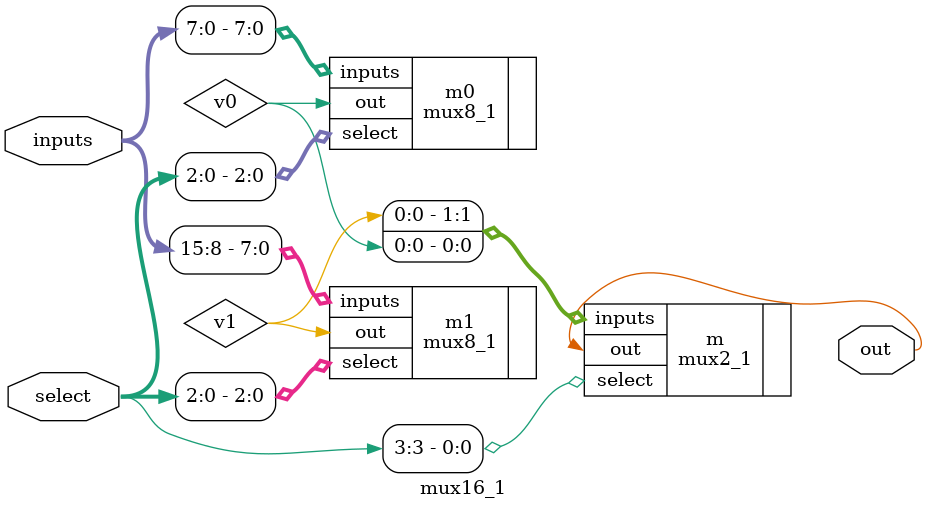
<source format=sv>

`timescale 10ps/1ps
module mux16_1 (out, inputs, select);   
  output logic out;    // Output
  input  logic [15:0] inputs; // Inputs
  input  logic [3:0] select; // Select
     
  logic  v0, v1;   
  
  mux8_1 m0(.out(v0), .inputs(inputs[7:0]), .select(select[2:0]));  // Combines two 8:1 muxes using a 2:1 mux to create 16:1 mux.
  mux8_1 m1(.out(v1), .inputs(inputs[15:8]), .select(select[2:0]));
  mux2_1 m(.out(out), .inputs({v1,v0}), .select(select[3])); // 8:1 muxes outputs go into inputs of 2:1 mux
endmodule     
</source>
